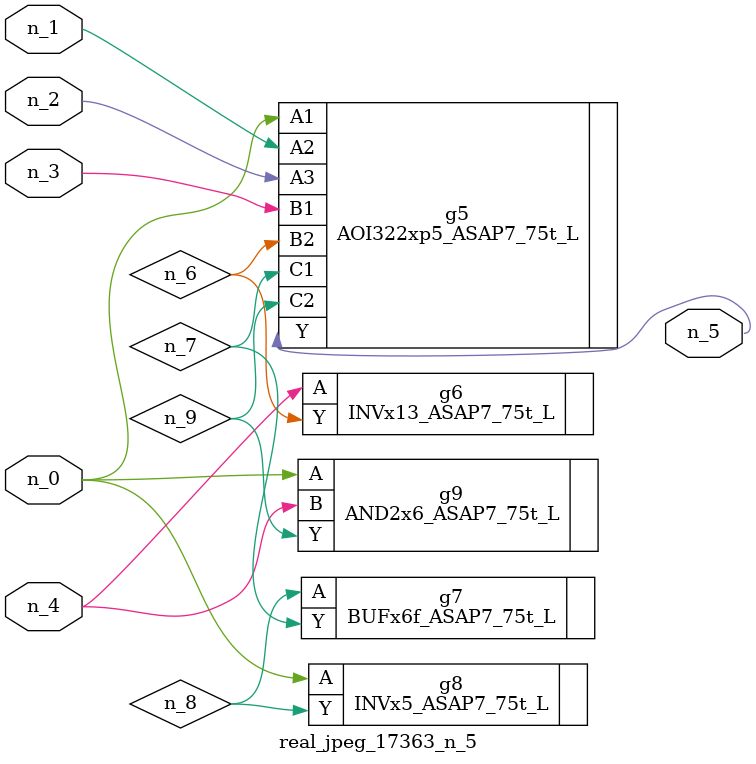
<source format=v>
module real_jpeg_17363_n_5 (n_4, n_0, n_1, n_2, n_3, n_5);

input n_4;
input n_0;
input n_1;
input n_2;
input n_3;

output n_5;

wire n_8;
wire n_6;
wire n_7;
wire n_9;

AOI322xp5_ASAP7_75t_L g5 ( 
.A1(n_0),
.A2(n_1),
.A3(n_2),
.B1(n_3),
.B2(n_6),
.C1(n_7),
.C2(n_9),
.Y(n_5)
);

INVx5_ASAP7_75t_L g8 ( 
.A(n_0),
.Y(n_8)
);

AND2x6_ASAP7_75t_L g9 ( 
.A(n_0),
.B(n_4),
.Y(n_9)
);

INVx13_ASAP7_75t_L g6 ( 
.A(n_4),
.Y(n_6)
);

BUFx6f_ASAP7_75t_L g7 ( 
.A(n_8),
.Y(n_7)
);


endmodule
</source>
